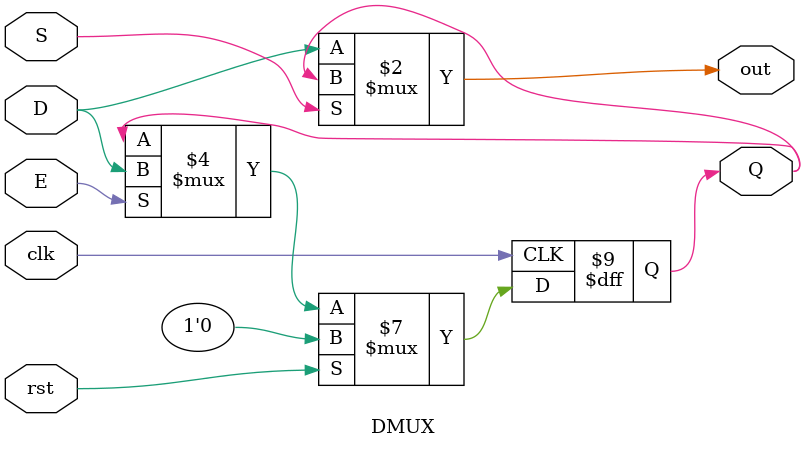
<source format=v>
module DMUX (clk,rst,E,D,S,Q,out);

parameter width=1;
parameter RSTTYPE="SYNC";

input  clk,rst,E,S;
input [width-1:0] D;
output reg [width-1:0] Q;
output [width-1:0]out;  

generate
    if (RSTTYPE=="SYNC") begin
        always @(posedge clk) begin
       if(rst)
        Q<=0;
        else begin
        if (E) begin
        Q<=D;       
        end
        end
        end
    end
    else begin
        always @(posedge clk or posedge rst) begin
       if(rst)
        Q<=0;
        else begin
        if (E) begin
        Q<=D;       
        end
        end
        end
    end
endgenerate
 
 assign out=(S==1)?Q:D;
 
endmodule //DMUX
</source>
